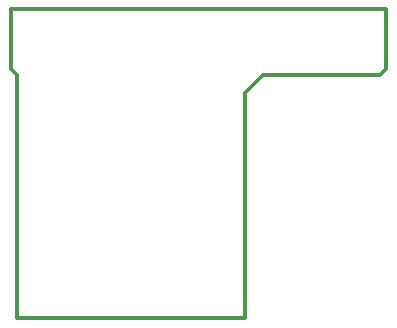
<source format=gko>
G04 start of page 4 for group 2 idx 2 *
G04 Title: (unknown), outline *
G04 Creator: pcb 1.99z *
G04 CreationDate: Sat Nov 14 22:14:47 2015 UTC *
G04 For: commonadmin *
G04 Format: Gerber/RS-274X *
G04 PCB-Dimensions (mil): 1300.00 1100.00 *
G04 PCB-Coordinate-Origin: lower left *
%MOIN*%
%FSLAX25Y25*%
%LNOUTLINE*%
%ADD35C,0.0120*%
G54D35*X1000Y109000D02*X126000D01*
Y89000D01*
X124000Y87000D01*
X85000D01*
X3000Y6000D02*Y87000D01*
X1000Y89000D01*
Y109000D01*
X85000Y87000D02*X79000Y81000D01*
Y6000D01*
X3000D01*
M02*

</source>
